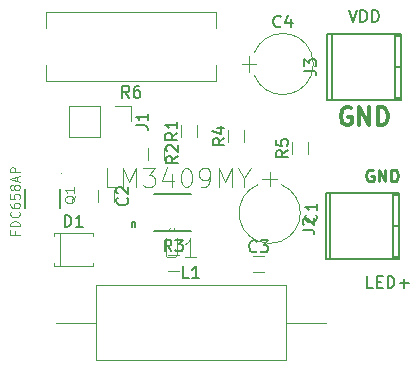
<source format=gbr>
G04 #@! TF.FileFunction,Legend,Top*
%FSLAX46Y46*%
G04 Gerber Fmt 4.6, Leading zero omitted, Abs format (unit mm)*
G04 Created by KiCad (PCBNEW 4.0.6-e0-6349~53~ubuntu16.04.1) date Sun Jul 16 15:53:00 2017*
%MOMM*%
%LPD*%
G01*
G04 APERTURE LIST*
%ADD10C,0.100000*%
%ADD11C,0.250000*%
%ADD12C,0.200000*%
%ADD13C,0.300000*%
%ADD14C,0.150000*%
%ADD15C,0.120000*%
%ADD16C,0.127000*%
%ADD17C,0.152400*%
%ADD18C,0.050000*%
G04 APERTURE END LIST*
D10*
D11*
X171738096Y-121500000D02*
X171642858Y-121452381D01*
X171500001Y-121452381D01*
X171357143Y-121500000D01*
X171261905Y-121595238D01*
X171214286Y-121690476D01*
X171166667Y-121880952D01*
X171166667Y-122023810D01*
X171214286Y-122214286D01*
X171261905Y-122309524D01*
X171357143Y-122404762D01*
X171500001Y-122452381D01*
X171595239Y-122452381D01*
X171738096Y-122404762D01*
X171785715Y-122357143D01*
X171785715Y-122023810D01*
X171595239Y-122023810D01*
X172214286Y-122452381D02*
X172214286Y-121452381D01*
X172785715Y-122452381D01*
X172785715Y-121452381D01*
X173261905Y-122452381D02*
X173261905Y-121452381D01*
X173500000Y-121452381D01*
X173642858Y-121500000D01*
X173738096Y-121595238D01*
X173785715Y-121690476D01*
X173833334Y-121880952D01*
X173833334Y-122023810D01*
X173785715Y-122214286D01*
X173738096Y-122309524D01*
X173642858Y-122404762D01*
X173500000Y-122452381D01*
X173261905Y-122452381D01*
D12*
X171738096Y-131452381D02*
X171261905Y-131452381D01*
X171261905Y-130452381D01*
X172071429Y-130928571D02*
X172404763Y-130928571D01*
X172547620Y-131452381D02*
X172071429Y-131452381D01*
X172071429Y-130452381D01*
X172547620Y-130452381D01*
X172976191Y-131452381D02*
X172976191Y-130452381D01*
X173214286Y-130452381D01*
X173357144Y-130500000D01*
X173452382Y-130595238D01*
X173500001Y-130690476D01*
X173547620Y-130880952D01*
X173547620Y-131023810D01*
X173500001Y-131214286D01*
X173452382Y-131309524D01*
X173357144Y-131404762D01*
X173214286Y-131452381D01*
X172976191Y-131452381D01*
X173976191Y-131071429D02*
X174738096Y-131071429D01*
X174357144Y-131452381D02*
X174357144Y-130690476D01*
X169666667Y-107952381D02*
X170000000Y-108952381D01*
X170333334Y-107952381D01*
X170666667Y-108952381D02*
X170666667Y-107952381D01*
X170904762Y-107952381D01*
X171047620Y-108000000D01*
X171142858Y-108095238D01*
X171190477Y-108190476D01*
X171238096Y-108380952D01*
X171238096Y-108523810D01*
X171190477Y-108714286D01*
X171142858Y-108809524D01*
X171047620Y-108904762D01*
X170904762Y-108952381D01*
X170666667Y-108952381D01*
X171666667Y-108952381D02*
X171666667Y-107952381D01*
X171904762Y-107952381D01*
X172047620Y-108000000D01*
X172142858Y-108095238D01*
X172190477Y-108190476D01*
X172238096Y-108380952D01*
X172238096Y-108523810D01*
X172190477Y-108714286D01*
X172142858Y-108809524D01*
X172047620Y-108904762D01*
X171904762Y-108952381D01*
X171666667Y-108952381D01*
D13*
X169857143Y-116250000D02*
X169714286Y-116178571D01*
X169500000Y-116178571D01*
X169285715Y-116250000D01*
X169142857Y-116392857D01*
X169071429Y-116535714D01*
X169000000Y-116821429D01*
X169000000Y-117035714D01*
X169071429Y-117321429D01*
X169142857Y-117464286D01*
X169285715Y-117607143D01*
X169500000Y-117678571D01*
X169642857Y-117678571D01*
X169857143Y-117607143D01*
X169928572Y-117535714D01*
X169928572Y-117035714D01*
X169642857Y-117035714D01*
X170571429Y-117678571D02*
X170571429Y-116178571D01*
X171428572Y-117678571D01*
X171428572Y-116178571D01*
X172142858Y-117678571D02*
X172142858Y-116178571D01*
X172500001Y-116178571D01*
X172714286Y-116250000D01*
X172857144Y-116392857D01*
X172928572Y-116535714D01*
X173000001Y-116821429D01*
X173000001Y-117035714D01*
X172928572Y-117321429D01*
X172857144Y-117464286D01*
X172714286Y-117607143D01*
X172500001Y-117678571D01*
X172142858Y-117678571D01*
D14*
X173410960Y-123420920D02*
X173410960Y-129019080D01*
X173908800Y-128820960D02*
X173410960Y-128820960D01*
X173410960Y-123619040D02*
X173908800Y-123619040D01*
X173908800Y-126220000D02*
X173410960Y-126220000D01*
X168109980Y-129019080D02*
X168109980Y-123420920D01*
X173908800Y-129019080D02*
X173908800Y-123420920D01*
X173908800Y-123420920D02*
X167711200Y-123420920D01*
X167711200Y-123420920D02*
X167711200Y-129019080D01*
X167711200Y-129019080D02*
X173908800Y-129019080D01*
X173560960Y-109950920D02*
X173560960Y-115549080D01*
X174058800Y-115350960D02*
X173560960Y-115350960D01*
X173560960Y-110149040D02*
X174058800Y-110149040D01*
X174058800Y-112750000D02*
X173560960Y-112750000D01*
X168259980Y-115549080D02*
X168259980Y-109950920D01*
X174058800Y-115549080D02*
X174058800Y-109950920D01*
X174058800Y-109950920D02*
X167861200Y-109950920D01*
X167861200Y-109950920D02*
X167861200Y-115549080D01*
X167861200Y-115549080D02*
X174058800Y-115549080D01*
D15*
X148610000Y-116040000D02*
X146010000Y-116040000D01*
X146010000Y-116040000D02*
X146010000Y-118700000D01*
X146010000Y-118700000D02*
X148610000Y-118700000D01*
X148610000Y-118700000D02*
X148610000Y-116040000D01*
X149880000Y-116040000D02*
X151210000Y-116040000D01*
X151210000Y-116040000D02*
X151210000Y-117370000D01*
X148240000Y-131190000D02*
X148240000Y-137610000D01*
X148240000Y-137610000D02*
X164360000Y-137610000D01*
X164360000Y-137610000D02*
X164360000Y-131190000D01*
X164360000Y-131190000D02*
X148240000Y-131190000D01*
X144880000Y-134400000D02*
X148240000Y-134400000D01*
X167720000Y-134400000D02*
X164360000Y-134400000D01*
D16*
X145200000Y-123070000D02*
X145200000Y-124670000D01*
X142300000Y-124670000D02*
X142300000Y-123070000D01*
D10*
X145400000Y-121770000D02*
G75*
G03X145400000Y-121770000I-50000J0D01*
G01*
D17*
X156279400Y-123550600D02*
X153180600Y-123550600D01*
X153180600Y-126649400D02*
X154425200Y-126649400D01*
X154425200Y-126649400D02*
X155034800Y-126649400D01*
X155034800Y-126649400D02*
X156279400Y-126649400D01*
D10*
X154425202Y-126649398D02*
G75*
G02X154577600Y-126395400I296168J-4982D01*
G01*
X154882402Y-126395399D02*
G75*
G02X155034800Y-126649400I-143772J-258981D01*
G01*
D17*
X151326400Y-126293800D02*
X151326400Y-125912800D01*
X151326400Y-125912800D02*
X151580400Y-125912800D01*
X151580400Y-125912800D02*
X151580400Y-126293800D01*
D15*
X163961400Y-127516863D02*
G75*
G03X163960000Y-122722564I-981400J2396863D01*
G01*
X161998600Y-127516863D02*
G75*
G02X162000000Y-122722564I981400J2396863D01*
G01*
X161998600Y-127516863D02*
G75*
G03X163960000Y-127517436I981400J2396863D01*
G01*
X162980000Y-121670000D02*
X162980000Y-122870000D01*
X163630000Y-122270000D02*
X162330000Y-122270000D01*
X166486863Y-111528600D02*
G75*
G03X161692564Y-111530000I-2396863J-981400D01*
G01*
X166486863Y-113491400D02*
G75*
G02X161692564Y-113490000I-2396863J981400D01*
G01*
X166486863Y-113491400D02*
G75*
G03X166487436Y-111530000I-2396863J981400D01*
G01*
X160640000Y-112510000D02*
X161840000Y-112510000D01*
X161240000Y-111860000D02*
X161240000Y-113160000D01*
X144690000Y-127030000D02*
X144690000Y-126850000D01*
X144690000Y-126850000D02*
X148010000Y-126850000D01*
X148010000Y-126850000D02*
X148010000Y-127030000D01*
X144690000Y-129390000D02*
X144690000Y-129570000D01*
X144690000Y-129570000D02*
X148010000Y-129570000D01*
X148010000Y-129570000D02*
X148010000Y-129390000D01*
X145230000Y-126850000D02*
X145230000Y-129570000D01*
X158460000Y-112580000D02*
X158460000Y-113910000D01*
X158460000Y-113910000D02*
X144040000Y-113910000D01*
X144040000Y-113910000D02*
X144040000Y-112580000D01*
X158460000Y-109420000D02*
X158460000Y-108090000D01*
X158460000Y-108090000D02*
X144040000Y-108090000D01*
X144040000Y-108090000D02*
X144040000Y-109420000D01*
X166210000Y-119150000D02*
X166210000Y-120150000D01*
X164850000Y-120150000D02*
X164850000Y-119150000D01*
X160830000Y-118110000D02*
X160830000Y-119110000D01*
X159470000Y-119110000D02*
X159470000Y-118110000D01*
X155330000Y-130060000D02*
X154330000Y-130060000D01*
X154330000Y-128700000D02*
X155330000Y-128700000D01*
X152640000Y-120630000D02*
X152640000Y-119630000D01*
X154000000Y-119630000D02*
X154000000Y-120630000D01*
X156830000Y-117670000D02*
X156830000Y-118670000D01*
X155470000Y-118670000D02*
X155470000Y-117670000D01*
X162540000Y-130120000D02*
X161540000Y-130120000D01*
X161540000Y-128760000D02*
X162540000Y-128760000D01*
X148420000Y-124170000D02*
X148420000Y-123170000D01*
X149780000Y-123170000D02*
X149780000Y-124170000D01*
D14*
X165761501Y-126553333D02*
X166475787Y-126553333D01*
X166618644Y-126600953D01*
X166713882Y-126696191D01*
X166761501Y-126839048D01*
X166761501Y-126934286D01*
X165856739Y-126124762D02*
X165809120Y-126077143D01*
X165761501Y-125981905D01*
X165761501Y-125743809D01*
X165809120Y-125648571D01*
X165856739Y-125600952D01*
X165951977Y-125553333D01*
X166047215Y-125553333D01*
X166190072Y-125600952D01*
X166761501Y-126172381D01*
X166761501Y-125553333D01*
X165911501Y-113083333D02*
X166625787Y-113083333D01*
X166768644Y-113130953D01*
X166863882Y-113226191D01*
X166911501Y-113369048D01*
X166911501Y-113464286D01*
X165911501Y-112702381D02*
X165911501Y-112083333D01*
X166292453Y-112416667D01*
X166292453Y-112273809D01*
X166340072Y-112178571D01*
X166387691Y-112130952D01*
X166482930Y-112083333D01*
X166721025Y-112083333D01*
X166816263Y-112130952D01*
X166863882Y-112178571D01*
X166911501Y-112273809D01*
X166911501Y-112559524D01*
X166863882Y-112654762D01*
X166816263Y-112702381D01*
X151662381Y-117703333D02*
X152376667Y-117703333D01*
X152519524Y-117750953D01*
X152614762Y-117846191D01*
X152662381Y-117989048D01*
X152662381Y-118084286D01*
X152662381Y-116703333D02*
X152662381Y-117274762D01*
X152662381Y-116989048D02*
X151662381Y-116989048D01*
X151805238Y-117084286D01*
X151900476Y-117179524D01*
X151948095Y-117274762D01*
X156133334Y-130642381D02*
X155657143Y-130642381D01*
X155657143Y-129642381D01*
X156990477Y-130642381D02*
X156419048Y-130642381D01*
X156704762Y-130642381D02*
X156704762Y-129642381D01*
X156609524Y-129785238D01*
X156514286Y-129880476D01*
X156419048Y-129928095D01*
D18*
X146496095Y-123678190D02*
X146458000Y-123754381D01*
X146381810Y-123830571D01*
X146267524Y-123944857D01*
X146229429Y-124021048D01*
X146229429Y-124097238D01*
X146419905Y-124059143D02*
X146381810Y-124135333D01*
X146305619Y-124211524D01*
X146153238Y-124249619D01*
X145886571Y-124249619D01*
X145734190Y-124211524D01*
X145658000Y-124135333D01*
X145619905Y-124059143D01*
X145619905Y-123906762D01*
X145658000Y-123830571D01*
X145734190Y-123754381D01*
X145886571Y-123716286D01*
X146153238Y-123716286D01*
X146305619Y-123754381D01*
X146381810Y-123830571D01*
X146419905Y-123906762D01*
X146419905Y-124059143D01*
X146419905Y-122954381D02*
X146419905Y-123411524D01*
X146419905Y-123182953D02*
X145619905Y-123182953D01*
X145734190Y-123259143D01*
X145810381Y-123335334D01*
X145848476Y-123411524D01*
X141400857Y-126681428D02*
X141400857Y-126948095D01*
X141819905Y-126948095D02*
X141019905Y-126948095D01*
X141019905Y-126567142D01*
X141819905Y-126262381D02*
X141019905Y-126262381D01*
X141019905Y-126071905D01*
X141058000Y-125957619D01*
X141134190Y-125881428D01*
X141210381Y-125843333D01*
X141362762Y-125805238D01*
X141477048Y-125805238D01*
X141629429Y-125843333D01*
X141705619Y-125881428D01*
X141781810Y-125957619D01*
X141819905Y-126071905D01*
X141819905Y-126262381D01*
X141743714Y-125005238D02*
X141781810Y-125043333D01*
X141819905Y-125157619D01*
X141819905Y-125233809D01*
X141781810Y-125348095D01*
X141705619Y-125424286D01*
X141629429Y-125462381D01*
X141477048Y-125500476D01*
X141362762Y-125500476D01*
X141210381Y-125462381D01*
X141134190Y-125424286D01*
X141058000Y-125348095D01*
X141019905Y-125233809D01*
X141019905Y-125157619D01*
X141058000Y-125043333D01*
X141096095Y-125005238D01*
X141019905Y-124319524D02*
X141019905Y-124471905D01*
X141058000Y-124548095D01*
X141096095Y-124586190D01*
X141210381Y-124662381D01*
X141362762Y-124700476D01*
X141667524Y-124700476D01*
X141743714Y-124662381D01*
X141781810Y-124624286D01*
X141819905Y-124548095D01*
X141819905Y-124395714D01*
X141781810Y-124319524D01*
X141743714Y-124281428D01*
X141667524Y-124243333D01*
X141477048Y-124243333D01*
X141400857Y-124281428D01*
X141362762Y-124319524D01*
X141324667Y-124395714D01*
X141324667Y-124548095D01*
X141362762Y-124624286D01*
X141400857Y-124662381D01*
X141477048Y-124700476D01*
X141019905Y-123519523D02*
X141019905Y-123900476D01*
X141400857Y-123938571D01*
X141362762Y-123900476D01*
X141324667Y-123824285D01*
X141324667Y-123633809D01*
X141362762Y-123557619D01*
X141400857Y-123519523D01*
X141477048Y-123481428D01*
X141667524Y-123481428D01*
X141743714Y-123519523D01*
X141781810Y-123557619D01*
X141819905Y-123633809D01*
X141819905Y-123824285D01*
X141781810Y-123900476D01*
X141743714Y-123938571D01*
X141362762Y-123024285D02*
X141324667Y-123100476D01*
X141286571Y-123138571D01*
X141210381Y-123176666D01*
X141172286Y-123176666D01*
X141096095Y-123138571D01*
X141058000Y-123100476D01*
X141019905Y-123024285D01*
X141019905Y-122871904D01*
X141058000Y-122795714D01*
X141096095Y-122757618D01*
X141172286Y-122719523D01*
X141210381Y-122719523D01*
X141286571Y-122757618D01*
X141324667Y-122795714D01*
X141362762Y-122871904D01*
X141362762Y-123024285D01*
X141400857Y-123100476D01*
X141438952Y-123138571D01*
X141515143Y-123176666D01*
X141667524Y-123176666D01*
X141743714Y-123138571D01*
X141781810Y-123100476D01*
X141819905Y-123024285D01*
X141819905Y-122871904D01*
X141781810Y-122795714D01*
X141743714Y-122757618D01*
X141667524Y-122719523D01*
X141515143Y-122719523D01*
X141438952Y-122757618D01*
X141400857Y-122795714D01*
X141362762Y-122871904D01*
X141591333Y-122414761D02*
X141591333Y-122033809D01*
X141819905Y-122490952D02*
X141019905Y-122224285D01*
X141819905Y-121957618D01*
X141819905Y-121690952D02*
X141019905Y-121690952D01*
X141019905Y-121386190D01*
X141058000Y-121309999D01*
X141096095Y-121271904D01*
X141172286Y-121233809D01*
X141286571Y-121233809D01*
X141362762Y-121271904D01*
X141400857Y-121309999D01*
X141438952Y-121386190D01*
X141438952Y-121690952D01*
X154166276Y-127249905D02*
X154166276Y-128577524D01*
X154244371Y-128733714D01*
X154322467Y-128811810D01*
X154478657Y-128889905D01*
X154791038Y-128889905D01*
X154947229Y-128811810D01*
X155025324Y-128733714D01*
X155103419Y-128577524D01*
X155103419Y-127249905D01*
X156743419Y-128889905D02*
X155806276Y-128889905D01*
X156274847Y-128889905D02*
X156274847Y-127249905D01*
X156118657Y-127484190D01*
X155962466Y-127640381D01*
X155806276Y-127718476D01*
X149993867Y-122946305D02*
X149212914Y-122946305D01*
X149212914Y-121306305D01*
X150540533Y-122946305D02*
X150540533Y-121306305D01*
X151087200Y-122477733D01*
X151633867Y-121306305D01*
X151633867Y-122946305D01*
X152258629Y-121306305D02*
X153273867Y-121306305D01*
X152727200Y-121931067D01*
X152961486Y-121931067D01*
X153117676Y-122009162D01*
X153195772Y-122087257D01*
X153273867Y-122243448D01*
X153273867Y-122633924D01*
X153195772Y-122790114D01*
X153117676Y-122868210D01*
X152961486Y-122946305D01*
X152492914Y-122946305D01*
X152336724Y-122868210D01*
X152258629Y-122790114D01*
X154679581Y-121852971D02*
X154679581Y-122946305D01*
X154289105Y-121228210D02*
X153898629Y-122399638D01*
X154913867Y-122399638D01*
X155851010Y-121306305D02*
X156007201Y-121306305D01*
X156163391Y-121384400D01*
X156241486Y-121462495D01*
X156319582Y-121618686D01*
X156397677Y-121931067D01*
X156397677Y-122321543D01*
X156319582Y-122633924D01*
X156241486Y-122790114D01*
X156163391Y-122868210D01*
X156007201Y-122946305D01*
X155851010Y-122946305D01*
X155694820Y-122868210D01*
X155616724Y-122790114D01*
X155538629Y-122633924D01*
X155460534Y-122321543D01*
X155460534Y-121931067D01*
X155538629Y-121618686D01*
X155616724Y-121462495D01*
X155694820Y-121384400D01*
X155851010Y-121306305D01*
X157178629Y-122946305D02*
X157491010Y-122946305D01*
X157647201Y-122868210D01*
X157725296Y-122790114D01*
X157881487Y-122555829D01*
X157959582Y-122243448D01*
X157959582Y-121618686D01*
X157881487Y-121462495D01*
X157803391Y-121384400D01*
X157647201Y-121306305D01*
X157334820Y-121306305D01*
X157178629Y-121384400D01*
X157100534Y-121462495D01*
X157022439Y-121618686D01*
X157022439Y-122009162D01*
X157100534Y-122165352D01*
X157178629Y-122243448D01*
X157334820Y-122321543D01*
X157647201Y-122321543D01*
X157803391Y-122243448D01*
X157881487Y-122165352D01*
X157959582Y-122009162D01*
X158662439Y-122946305D02*
X158662439Y-121306305D01*
X159209106Y-122477733D01*
X159755773Y-121306305D01*
X159755773Y-122946305D01*
X160849106Y-122165352D02*
X160849106Y-122946305D01*
X160302439Y-121306305D02*
X160849106Y-122165352D01*
X161395773Y-121306305D01*
D14*
X166897143Y-125286666D02*
X166944762Y-125334285D01*
X166992381Y-125477142D01*
X166992381Y-125572380D01*
X166944762Y-125715238D01*
X166849524Y-125810476D01*
X166754286Y-125858095D01*
X166563810Y-125905714D01*
X166420952Y-125905714D01*
X166230476Y-125858095D01*
X166135238Y-125810476D01*
X166040000Y-125715238D01*
X165992381Y-125572380D01*
X165992381Y-125477142D01*
X166040000Y-125334285D01*
X166087619Y-125286666D01*
X166992381Y-124334285D02*
X166992381Y-124905714D01*
X166992381Y-124620000D02*
X165992381Y-124620000D01*
X166135238Y-124715238D01*
X166230476Y-124810476D01*
X166278095Y-124905714D01*
X163923334Y-109307143D02*
X163875715Y-109354762D01*
X163732858Y-109402381D01*
X163637620Y-109402381D01*
X163494762Y-109354762D01*
X163399524Y-109259524D01*
X163351905Y-109164286D01*
X163304286Y-108973810D01*
X163304286Y-108830952D01*
X163351905Y-108640476D01*
X163399524Y-108545238D01*
X163494762Y-108450000D01*
X163637620Y-108402381D01*
X163732858Y-108402381D01*
X163875715Y-108450000D01*
X163923334Y-108497619D01*
X164780477Y-108735714D02*
X164780477Y-109402381D01*
X164542381Y-108354762D02*
X164304286Y-109069048D01*
X164923334Y-109069048D01*
X145611905Y-126302381D02*
X145611905Y-125302381D01*
X145850000Y-125302381D01*
X145992858Y-125350000D01*
X146088096Y-125445238D01*
X146135715Y-125540476D01*
X146183334Y-125730952D01*
X146183334Y-125873810D01*
X146135715Y-126064286D01*
X146088096Y-126159524D01*
X145992858Y-126254762D01*
X145850000Y-126302381D01*
X145611905Y-126302381D01*
X147135715Y-126302381D02*
X146564286Y-126302381D01*
X146850000Y-126302381D02*
X146850000Y-125302381D01*
X146754762Y-125445238D01*
X146659524Y-125540476D01*
X146564286Y-125588095D01*
X151083334Y-115362381D02*
X150750000Y-114886190D01*
X150511905Y-115362381D02*
X150511905Y-114362381D01*
X150892858Y-114362381D01*
X150988096Y-114410000D01*
X151035715Y-114457619D01*
X151083334Y-114552857D01*
X151083334Y-114695714D01*
X151035715Y-114790952D01*
X150988096Y-114838571D01*
X150892858Y-114886190D01*
X150511905Y-114886190D01*
X151940477Y-114362381D02*
X151750000Y-114362381D01*
X151654762Y-114410000D01*
X151607143Y-114457619D01*
X151511905Y-114600476D01*
X151464286Y-114790952D01*
X151464286Y-115171905D01*
X151511905Y-115267143D01*
X151559524Y-115314762D01*
X151654762Y-115362381D01*
X151845239Y-115362381D01*
X151940477Y-115314762D01*
X151988096Y-115267143D01*
X152035715Y-115171905D01*
X152035715Y-114933810D01*
X151988096Y-114838571D01*
X151940477Y-114790952D01*
X151845239Y-114743333D01*
X151654762Y-114743333D01*
X151559524Y-114790952D01*
X151511905Y-114838571D01*
X151464286Y-114933810D01*
X164532381Y-119816666D02*
X164056190Y-120150000D01*
X164532381Y-120388095D02*
X163532381Y-120388095D01*
X163532381Y-120007142D01*
X163580000Y-119911904D01*
X163627619Y-119864285D01*
X163722857Y-119816666D01*
X163865714Y-119816666D01*
X163960952Y-119864285D01*
X164008571Y-119911904D01*
X164056190Y-120007142D01*
X164056190Y-120388095D01*
X163532381Y-118911904D02*
X163532381Y-119388095D01*
X164008571Y-119435714D01*
X163960952Y-119388095D01*
X163913333Y-119292857D01*
X163913333Y-119054761D01*
X163960952Y-118959523D01*
X164008571Y-118911904D01*
X164103810Y-118864285D01*
X164341905Y-118864285D01*
X164437143Y-118911904D01*
X164484762Y-118959523D01*
X164532381Y-119054761D01*
X164532381Y-119292857D01*
X164484762Y-119388095D01*
X164437143Y-119435714D01*
X159152381Y-118776666D02*
X158676190Y-119110000D01*
X159152381Y-119348095D02*
X158152381Y-119348095D01*
X158152381Y-118967142D01*
X158200000Y-118871904D01*
X158247619Y-118824285D01*
X158342857Y-118776666D01*
X158485714Y-118776666D01*
X158580952Y-118824285D01*
X158628571Y-118871904D01*
X158676190Y-118967142D01*
X158676190Y-119348095D01*
X158485714Y-117919523D02*
X159152381Y-117919523D01*
X158104762Y-118157619D02*
X158819048Y-118395714D01*
X158819048Y-117776666D01*
X154663334Y-128382381D02*
X154330000Y-127906190D01*
X154091905Y-128382381D02*
X154091905Y-127382381D01*
X154472858Y-127382381D01*
X154568096Y-127430000D01*
X154615715Y-127477619D01*
X154663334Y-127572857D01*
X154663334Y-127715714D01*
X154615715Y-127810952D01*
X154568096Y-127858571D01*
X154472858Y-127906190D01*
X154091905Y-127906190D01*
X154996667Y-127382381D02*
X155615715Y-127382381D01*
X155282381Y-127763333D01*
X155425239Y-127763333D01*
X155520477Y-127810952D01*
X155568096Y-127858571D01*
X155615715Y-127953810D01*
X155615715Y-128191905D01*
X155568096Y-128287143D01*
X155520477Y-128334762D01*
X155425239Y-128382381D01*
X155139524Y-128382381D01*
X155044286Y-128334762D01*
X154996667Y-128287143D01*
X155222381Y-120296666D02*
X154746190Y-120630000D01*
X155222381Y-120868095D02*
X154222381Y-120868095D01*
X154222381Y-120487142D01*
X154270000Y-120391904D01*
X154317619Y-120344285D01*
X154412857Y-120296666D01*
X154555714Y-120296666D01*
X154650952Y-120344285D01*
X154698571Y-120391904D01*
X154746190Y-120487142D01*
X154746190Y-120868095D01*
X154317619Y-119915714D02*
X154270000Y-119868095D01*
X154222381Y-119772857D01*
X154222381Y-119534761D01*
X154270000Y-119439523D01*
X154317619Y-119391904D01*
X154412857Y-119344285D01*
X154508095Y-119344285D01*
X154650952Y-119391904D01*
X155222381Y-119963333D01*
X155222381Y-119344285D01*
X155152381Y-118336666D02*
X154676190Y-118670000D01*
X155152381Y-118908095D02*
X154152381Y-118908095D01*
X154152381Y-118527142D01*
X154200000Y-118431904D01*
X154247619Y-118384285D01*
X154342857Y-118336666D01*
X154485714Y-118336666D01*
X154580952Y-118384285D01*
X154628571Y-118431904D01*
X154676190Y-118527142D01*
X154676190Y-118908095D01*
X155152381Y-117384285D02*
X155152381Y-117955714D01*
X155152381Y-117670000D02*
X154152381Y-117670000D01*
X154295238Y-117765238D01*
X154390476Y-117860476D01*
X154438095Y-117955714D01*
X161873334Y-128347143D02*
X161825715Y-128394762D01*
X161682858Y-128442381D01*
X161587620Y-128442381D01*
X161444762Y-128394762D01*
X161349524Y-128299524D01*
X161301905Y-128204286D01*
X161254286Y-128013810D01*
X161254286Y-127870952D01*
X161301905Y-127680476D01*
X161349524Y-127585238D01*
X161444762Y-127490000D01*
X161587620Y-127442381D01*
X161682858Y-127442381D01*
X161825715Y-127490000D01*
X161873334Y-127537619D01*
X162206667Y-127442381D02*
X162825715Y-127442381D01*
X162492381Y-127823333D01*
X162635239Y-127823333D01*
X162730477Y-127870952D01*
X162778096Y-127918571D01*
X162825715Y-128013810D01*
X162825715Y-128251905D01*
X162778096Y-128347143D01*
X162730477Y-128394762D01*
X162635239Y-128442381D01*
X162349524Y-128442381D01*
X162254286Y-128394762D01*
X162206667Y-128347143D01*
X150907143Y-123836666D02*
X150954762Y-123884285D01*
X151002381Y-124027142D01*
X151002381Y-124122380D01*
X150954762Y-124265238D01*
X150859524Y-124360476D01*
X150764286Y-124408095D01*
X150573810Y-124455714D01*
X150430952Y-124455714D01*
X150240476Y-124408095D01*
X150145238Y-124360476D01*
X150050000Y-124265238D01*
X150002381Y-124122380D01*
X150002381Y-124027142D01*
X150050000Y-123884285D01*
X150097619Y-123836666D01*
X150097619Y-123455714D02*
X150050000Y-123408095D01*
X150002381Y-123312857D01*
X150002381Y-123074761D01*
X150050000Y-122979523D01*
X150097619Y-122931904D01*
X150192857Y-122884285D01*
X150288095Y-122884285D01*
X150430952Y-122931904D01*
X151002381Y-123503333D01*
X151002381Y-122884285D01*
M02*

</source>
